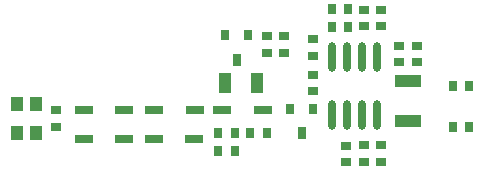
<source format=gtp>
G04*
G04 #@! TF.GenerationSoftware,Altium Limited,Altium Designer,18.0.7 (293)*
G04*
G04 Layer_Color=8421504*
%FSLAX44Y44*%
%MOMM*%
G71*
G01*
G75*
%ADD18R,0.6500X1.1000*%
%ADD19R,0.6500X0.9000*%
%ADD20R,0.9000X0.8000*%
%ADD21R,1.1000X1.7000*%
%ADD22O,0.7000X2.5000*%
%ADD23R,2.2500X1.1000*%
%ADD24R,1.0000X1.3000*%
%ADD25R,0.8000X0.9000*%
%ADD26R,1.6000X0.8000*%
D18*
X340000Y147125D02*
D03*
X395000Y85125D02*
D03*
D19*
X330500Y167875D02*
D03*
X349500D02*
D03*
X385500Y105875D02*
D03*
X404500D02*
D03*
D20*
X380000Y152998D02*
D03*
Y166998D02*
D03*
X365498Y152998D02*
D03*
Y166998D02*
D03*
X462500Y61000D02*
D03*
Y75000D02*
D03*
X447500Y61000D02*
D03*
Y75000D02*
D03*
X477500Y159000D02*
D03*
Y145000D02*
D03*
X492500Y159000D02*
D03*
Y145000D02*
D03*
X405000Y120498D02*
D03*
Y134498D02*
D03*
X447500Y189502D02*
D03*
Y175502D02*
D03*
X462500Y189502D02*
D03*
Y175502D02*
D03*
X432500Y74502D02*
D03*
Y60502D02*
D03*
X187500Y104610D02*
D03*
Y90610D02*
D03*
X405000Y150498D02*
D03*
Y164498D02*
D03*
D21*
X330498Y127500D02*
D03*
X357498D02*
D03*
D22*
X420950Y100500D02*
D03*
X433650D02*
D03*
X446350D02*
D03*
X459050D02*
D03*
X420950Y149500D02*
D03*
X433650D02*
D03*
X446350D02*
D03*
X459050D02*
D03*
D23*
X485000Y95500D02*
D03*
Y129500D02*
D03*
D24*
X154500Y85000D02*
D03*
X170500D02*
D03*
X154500Y110000D02*
D03*
X170500D02*
D03*
D25*
X537002Y125000D02*
D03*
X523002D02*
D03*
X434502Y190000D02*
D03*
X420502D02*
D03*
X434502Y175000D02*
D03*
X420502D02*
D03*
X537002Y90000D02*
D03*
X523002D02*
D03*
X338502Y85000D02*
D03*
X324502D02*
D03*
X338502Y70000D02*
D03*
X324502D02*
D03*
X351498Y85000D02*
D03*
X365498D02*
D03*
D26*
X362000Y105000D02*
D03*
X328000D02*
D03*
X244500D02*
D03*
X210500D02*
D03*
X270500D02*
D03*
X304500D02*
D03*
X270000Y80000D02*
D03*
X304000D02*
D03*
X210500D02*
D03*
X244500D02*
D03*
M02*

</source>
